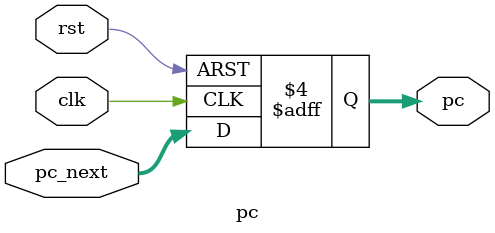
<source format=v>
`timescale 1ns / 1ps

module pc(clk,rst,pc_next,pc);  
input clk;//时钟
input rst;//是否重置地址。0-初始化PC，否则接受新地址       
input[31:0] pc_next;
output reg[31:0] pc;
initial begin
pc  <= 0;
end
always @(posedge clk or negedge rst)  
begin  
if (!rst) //如果为0则初始化PC，否则接受新地址
begin  
pc <= 0;  
end  
else   
begin
pc =  pc_next;  
end  
end  
endmodule

</source>
